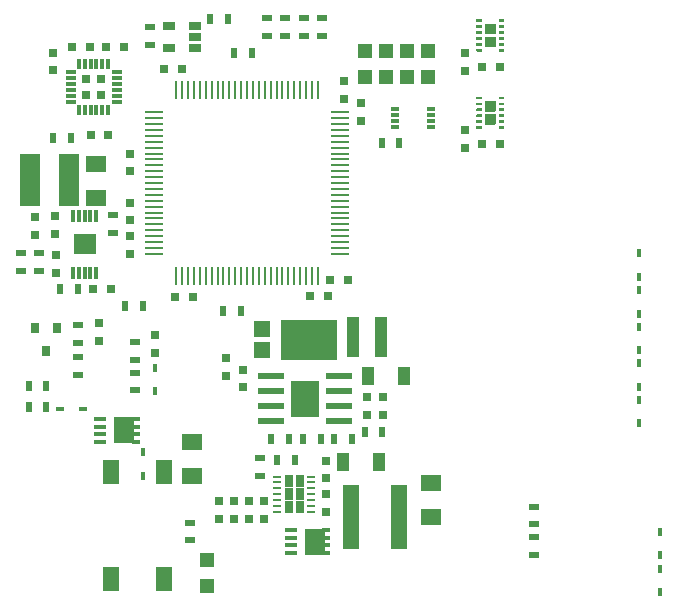
<source format=gtp>
G04 #@! TF.GenerationSoftware,KiCad,Pcbnew,6.0.0-rc1-unknown-cd5b1c2~66~ubuntu16.04.1*
G04 #@! TF.CreationDate,2018-10-19T16:16:08+02:00*
G04 #@! TF.ProjectId,Hedgehog,4865646765686F672E6B696361645F70,1.0*
G04 #@! TF.SameCoordinates,PX7270e00PY47868c0*
G04 #@! TF.FileFunction,Paste,Top*
G04 #@! TF.FilePolarity,Positive*
%FSLAX46Y46*%
G04 Gerber Fmt 4.6, Leading zero omitted, Abs format (unit mm)*
G04 Created by KiCad (PCBNEW 6.0.0-rc1-unknown-cd5b1c2~66~ubuntu16.04.1) date Fri Oct 19 16:16:08 2018*
%MOMM*%
%LPD*%
G01*
G04 APERTURE LIST*
%ADD10R,0.750000X0.800000*%
%ADD11R,1.000000X1.600000*%
%ADD12R,0.500000X0.900000*%
%ADD13R,0.990000X0.405000*%
%ADD14R,1.725000X2.245000*%
%ADD15R,0.760000X0.405000*%
%ADD16R,1.800000X1.340000*%
%ADD17R,2.200000X0.500000*%
%ADD18R,2.400000X3.100000*%
%ADD19C,0.100000*%
%ADD20C,0.900000*%
%ADD21C,0.230000*%
%ADD22R,0.660000X0.260000*%
%ADD23R,0.750000X1.000000*%
%ADD24R,0.780000X0.780000*%
%ADD25R,0.300000X0.850000*%
%ADD26R,0.850000X0.300000*%
%ADD27R,0.800000X0.750000*%
%ADD28R,4.860000X3.360000*%
%ADD29R,1.400000X1.390000*%
%ADD30R,0.980000X3.400000*%
%ADD31R,0.300000X1.020000*%
%ADD32R,1.900000X1.730000*%
%ADD33R,1.200000X1.200000*%
%ADD34R,0.900000X0.500000*%
%ADD35R,0.800000X0.300000*%
%ADD36R,0.800000X0.900000*%
%ADD37R,1.060000X0.650000*%
%ADD38R,1.500000X0.280000*%
%ADD39R,0.280000X1.500000*%
%ADD40R,1.400000X2.100000*%
%ADD41R,1.800000X4.500000*%
%ADD42R,0.710000X0.403000*%
%ADD43R,0.403000X0.710000*%
%ADD44R,1.430000X5.500000*%
G04 APERTURE END LIST*
D10*
G04 #@! TO.C,C15*
X26800000Y-48400000D03*
X26800000Y-46900000D03*
G04 #@! TD*
G04 #@! TO.C,C14*
X26800000Y-44050000D03*
X26800000Y-45550000D03*
G04 #@! TD*
G04 #@! TO.C,C13*
X21500000Y-47500000D03*
X21500000Y-49000000D03*
G04 #@! TD*
G04 #@! TO.C,C12*
X20250000Y-49000000D03*
X20250000Y-47500000D03*
G04 #@! TD*
G04 #@! TO.C,C11*
X19000000Y-47500000D03*
X19000000Y-49000000D03*
G04 #@! TD*
G04 #@! TO.C,C10*
X17750000Y-49000000D03*
X17750000Y-47500000D03*
G04 #@! TD*
D11*
G04 #@! TO.C,C16*
X28250000Y-44150000D03*
X31250000Y-44150000D03*
G04 #@! TD*
G04 #@! TO.C,C24*
X30350000Y-36900000D03*
X33350000Y-36900000D03*
G04 #@! TD*
D12*
G04 #@! TO.C,R44*
X17000000Y-6700000D03*
X18500000Y-6700000D03*
G04 #@! TD*
D13*
G04 #@! TO.C,Q1*
X7670000Y-41170000D03*
X7670000Y-41830000D03*
X7670000Y-42490000D03*
X7670000Y-40510000D03*
D14*
X9662500Y-41500000D03*
D15*
X10655000Y-41830000D03*
X10655000Y-42490000D03*
X10655000Y-41170000D03*
X10655000Y-40510000D03*
G04 #@! TD*
D16*
G04 #@! TO.C,D2*
X15400000Y-42470000D03*
X15400000Y-45330000D03*
G04 #@! TD*
D15*
G04 #@! TO.C,Q10*
X26805000Y-49910000D03*
X26805000Y-50570000D03*
X26805000Y-51890000D03*
X26805000Y-51230000D03*
D14*
X25812500Y-50900000D03*
D13*
X23820000Y-49910000D03*
X23820000Y-51890000D03*
X23820000Y-51230000D03*
X23820000Y-50570000D03*
G04 #@! TD*
D17*
G04 #@! TO.C,U20*
X22125000Y-36895000D03*
X22125000Y-38165000D03*
X22125000Y-39435000D03*
X22125000Y-40705000D03*
X27875000Y-40705000D03*
X27875000Y-39435000D03*
X27875000Y-38165000D03*
X27875000Y-36895000D03*
D18*
X25000000Y-38800000D03*
G04 #@! TD*
D19*
G04 #@! TO.C,U44*
G36*
X41101293Y-13600260D02*
X41106535Y-13601038D01*
X41111675Y-13602325D01*
X41116665Y-13604111D01*
X41121455Y-13606376D01*
X41126001Y-13609101D01*
X41130257Y-13612257D01*
X41134184Y-13615816D01*
X41137743Y-13619743D01*
X41140899Y-13623999D01*
X41143624Y-13628545D01*
X41145889Y-13633335D01*
X41147675Y-13638325D01*
X41148962Y-13643465D01*
X41149740Y-13648707D01*
X41150000Y-13654000D01*
X41150000Y-14446000D01*
X41149740Y-14451293D01*
X41148962Y-14456535D01*
X41147675Y-14461675D01*
X41145889Y-14466665D01*
X41143624Y-14471455D01*
X41140899Y-14476001D01*
X41137743Y-14480257D01*
X41134184Y-14484184D01*
X41130257Y-14487743D01*
X41126001Y-14490899D01*
X41121455Y-14493624D01*
X41116665Y-14495889D01*
X41111675Y-14497675D01*
X41106535Y-14498962D01*
X41101293Y-14499740D01*
X41096000Y-14500000D01*
X40304000Y-14500000D01*
X40298707Y-14499740D01*
X40293465Y-14498962D01*
X40288325Y-14497675D01*
X40283335Y-14495889D01*
X40278545Y-14493624D01*
X40273999Y-14490899D01*
X40269743Y-14487743D01*
X40265816Y-14484184D01*
X40262257Y-14480257D01*
X40259101Y-14476001D01*
X40256376Y-14471455D01*
X40254111Y-14466665D01*
X40252325Y-14461675D01*
X40251038Y-14456535D01*
X40250260Y-14451293D01*
X40250000Y-14446000D01*
X40250000Y-13654000D01*
X40250260Y-13648707D01*
X40251038Y-13643465D01*
X40252325Y-13638325D01*
X40254111Y-13633335D01*
X40256376Y-13628545D01*
X40259101Y-13623999D01*
X40262257Y-13619743D01*
X40265816Y-13615816D01*
X40269743Y-13612257D01*
X40273999Y-13609101D01*
X40278545Y-13606376D01*
X40283335Y-13604111D01*
X40288325Y-13602325D01*
X40293465Y-13601038D01*
X40298707Y-13600260D01*
X40304000Y-13600000D01*
X41096000Y-13600000D01*
X41101293Y-13600260D01*
X41101293Y-13600260D01*
G37*
D20*
X40700000Y-14050000D03*
D19*
G36*
X41101293Y-14700260D02*
X41106535Y-14701038D01*
X41111675Y-14702325D01*
X41116665Y-14704111D01*
X41121455Y-14706376D01*
X41126001Y-14709101D01*
X41130257Y-14712257D01*
X41134184Y-14715816D01*
X41137743Y-14719743D01*
X41140899Y-14723999D01*
X41143624Y-14728545D01*
X41145889Y-14733335D01*
X41147675Y-14738325D01*
X41148962Y-14743465D01*
X41149740Y-14748707D01*
X41150000Y-14754000D01*
X41150000Y-15546000D01*
X41149740Y-15551293D01*
X41148962Y-15556535D01*
X41147675Y-15561675D01*
X41145889Y-15566665D01*
X41143624Y-15571455D01*
X41140899Y-15576001D01*
X41137743Y-15580257D01*
X41134184Y-15584184D01*
X41130257Y-15587743D01*
X41126001Y-15590899D01*
X41121455Y-15593624D01*
X41116665Y-15595889D01*
X41111675Y-15597675D01*
X41106535Y-15598962D01*
X41101293Y-15599740D01*
X41096000Y-15600000D01*
X40304000Y-15600000D01*
X40298707Y-15599740D01*
X40293465Y-15598962D01*
X40288325Y-15597675D01*
X40283335Y-15595889D01*
X40278545Y-15593624D01*
X40273999Y-15590899D01*
X40269743Y-15587743D01*
X40265816Y-15584184D01*
X40262257Y-15580257D01*
X40259101Y-15576001D01*
X40256376Y-15571455D01*
X40254111Y-15566665D01*
X40252325Y-15561675D01*
X40251038Y-15556535D01*
X40250260Y-15551293D01*
X40250000Y-15546000D01*
X40250000Y-14754000D01*
X40250260Y-14748707D01*
X40251038Y-14743465D01*
X40252325Y-14738325D01*
X40254111Y-14733335D01*
X40256376Y-14728545D01*
X40259101Y-14723999D01*
X40262257Y-14719743D01*
X40265816Y-14715816D01*
X40269743Y-14712257D01*
X40273999Y-14709101D01*
X40278545Y-14706376D01*
X40283335Y-14704111D01*
X40288325Y-14702325D01*
X40293465Y-14701038D01*
X40298707Y-14700260D01*
X40304000Y-14700000D01*
X41096000Y-14700000D01*
X41101293Y-14700260D01*
X41101293Y-14700260D01*
G37*
D20*
X40700000Y-15150000D03*
D19*
G36*
X39948509Y-15735222D02*
X39952974Y-15735884D01*
X39957353Y-15736981D01*
X39961603Y-15738502D01*
X39965684Y-15740432D01*
X39969556Y-15742752D01*
X39973182Y-15745442D01*
X39976527Y-15748473D01*
X39979558Y-15751818D01*
X39982248Y-15755444D01*
X39984568Y-15759316D01*
X39986498Y-15763397D01*
X39988019Y-15767647D01*
X39989116Y-15772026D01*
X39989778Y-15776491D01*
X39990000Y-15781000D01*
X39990000Y-15919000D01*
X39989778Y-15923509D01*
X39989116Y-15927974D01*
X39988019Y-15932353D01*
X39986498Y-15936603D01*
X39984568Y-15940684D01*
X39982248Y-15944556D01*
X39979558Y-15948182D01*
X39976527Y-15951527D01*
X39973182Y-15954558D01*
X39969556Y-15957248D01*
X39965684Y-15959568D01*
X39961603Y-15961498D01*
X39957353Y-15963019D01*
X39952974Y-15964116D01*
X39948509Y-15964778D01*
X39944000Y-15965000D01*
X39556000Y-15965000D01*
X39551491Y-15964778D01*
X39547026Y-15964116D01*
X39542647Y-15963019D01*
X39538397Y-15961498D01*
X39534316Y-15959568D01*
X39530444Y-15957248D01*
X39526818Y-15954558D01*
X39523473Y-15951527D01*
X39520442Y-15948182D01*
X39517752Y-15944556D01*
X39515432Y-15940684D01*
X39513502Y-15936603D01*
X39511981Y-15932353D01*
X39510884Y-15927974D01*
X39510222Y-15923509D01*
X39510000Y-15919000D01*
X39510000Y-15781000D01*
X39510222Y-15776491D01*
X39510884Y-15772026D01*
X39511981Y-15767647D01*
X39513502Y-15763397D01*
X39515432Y-15759316D01*
X39517752Y-15755444D01*
X39520442Y-15751818D01*
X39523473Y-15748473D01*
X39526818Y-15745442D01*
X39530444Y-15742752D01*
X39534316Y-15740432D01*
X39538397Y-15738502D01*
X39542647Y-15736981D01*
X39547026Y-15735884D01*
X39551491Y-15735222D01*
X39556000Y-15735000D01*
X39944000Y-15735000D01*
X39948509Y-15735222D01*
X39948509Y-15735222D01*
G37*
D21*
X39750000Y-15850000D03*
D19*
G36*
X39948509Y-15235222D02*
X39952974Y-15235884D01*
X39957353Y-15236981D01*
X39961603Y-15238502D01*
X39965684Y-15240432D01*
X39969556Y-15242752D01*
X39973182Y-15245442D01*
X39976527Y-15248473D01*
X39979558Y-15251818D01*
X39982248Y-15255444D01*
X39984568Y-15259316D01*
X39986498Y-15263397D01*
X39988019Y-15267647D01*
X39989116Y-15272026D01*
X39989778Y-15276491D01*
X39990000Y-15281000D01*
X39990000Y-15419000D01*
X39989778Y-15423509D01*
X39989116Y-15427974D01*
X39988019Y-15432353D01*
X39986498Y-15436603D01*
X39984568Y-15440684D01*
X39982248Y-15444556D01*
X39979558Y-15448182D01*
X39976527Y-15451527D01*
X39973182Y-15454558D01*
X39969556Y-15457248D01*
X39965684Y-15459568D01*
X39961603Y-15461498D01*
X39957353Y-15463019D01*
X39952974Y-15464116D01*
X39948509Y-15464778D01*
X39944000Y-15465000D01*
X39556000Y-15465000D01*
X39551491Y-15464778D01*
X39547026Y-15464116D01*
X39542647Y-15463019D01*
X39538397Y-15461498D01*
X39534316Y-15459568D01*
X39530444Y-15457248D01*
X39526818Y-15454558D01*
X39523473Y-15451527D01*
X39520442Y-15448182D01*
X39517752Y-15444556D01*
X39515432Y-15440684D01*
X39513502Y-15436603D01*
X39511981Y-15432353D01*
X39510884Y-15427974D01*
X39510222Y-15423509D01*
X39510000Y-15419000D01*
X39510000Y-15281000D01*
X39510222Y-15276491D01*
X39510884Y-15272026D01*
X39511981Y-15267647D01*
X39513502Y-15263397D01*
X39515432Y-15259316D01*
X39517752Y-15255444D01*
X39520442Y-15251818D01*
X39523473Y-15248473D01*
X39526818Y-15245442D01*
X39530444Y-15242752D01*
X39534316Y-15240432D01*
X39538397Y-15238502D01*
X39542647Y-15236981D01*
X39547026Y-15235884D01*
X39551491Y-15235222D01*
X39556000Y-15235000D01*
X39944000Y-15235000D01*
X39948509Y-15235222D01*
X39948509Y-15235222D01*
G37*
D21*
X39750000Y-15350000D03*
D19*
G36*
X39948509Y-14735222D02*
X39952974Y-14735884D01*
X39957353Y-14736981D01*
X39961603Y-14738502D01*
X39965684Y-14740432D01*
X39969556Y-14742752D01*
X39973182Y-14745442D01*
X39976527Y-14748473D01*
X39979558Y-14751818D01*
X39982248Y-14755444D01*
X39984568Y-14759316D01*
X39986498Y-14763397D01*
X39988019Y-14767647D01*
X39989116Y-14772026D01*
X39989778Y-14776491D01*
X39990000Y-14781000D01*
X39990000Y-14919000D01*
X39989778Y-14923509D01*
X39989116Y-14927974D01*
X39988019Y-14932353D01*
X39986498Y-14936603D01*
X39984568Y-14940684D01*
X39982248Y-14944556D01*
X39979558Y-14948182D01*
X39976527Y-14951527D01*
X39973182Y-14954558D01*
X39969556Y-14957248D01*
X39965684Y-14959568D01*
X39961603Y-14961498D01*
X39957353Y-14963019D01*
X39952974Y-14964116D01*
X39948509Y-14964778D01*
X39944000Y-14965000D01*
X39556000Y-14965000D01*
X39551491Y-14964778D01*
X39547026Y-14964116D01*
X39542647Y-14963019D01*
X39538397Y-14961498D01*
X39534316Y-14959568D01*
X39530444Y-14957248D01*
X39526818Y-14954558D01*
X39523473Y-14951527D01*
X39520442Y-14948182D01*
X39517752Y-14944556D01*
X39515432Y-14940684D01*
X39513502Y-14936603D01*
X39511981Y-14932353D01*
X39510884Y-14927974D01*
X39510222Y-14923509D01*
X39510000Y-14919000D01*
X39510000Y-14781000D01*
X39510222Y-14776491D01*
X39510884Y-14772026D01*
X39511981Y-14767647D01*
X39513502Y-14763397D01*
X39515432Y-14759316D01*
X39517752Y-14755444D01*
X39520442Y-14751818D01*
X39523473Y-14748473D01*
X39526818Y-14745442D01*
X39530444Y-14742752D01*
X39534316Y-14740432D01*
X39538397Y-14738502D01*
X39542647Y-14736981D01*
X39547026Y-14735884D01*
X39551491Y-14735222D01*
X39556000Y-14735000D01*
X39944000Y-14735000D01*
X39948509Y-14735222D01*
X39948509Y-14735222D01*
G37*
D21*
X39750000Y-14850000D03*
D19*
G36*
X39948509Y-14235222D02*
X39952974Y-14235884D01*
X39957353Y-14236981D01*
X39961603Y-14238502D01*
X39965684Y-14240432D01*
X39969556Y-14242752D01*
X39973182Y-14245442D01*
X39976527Y-14248473D01*
X39979558Y-14251818D01*
X39982248Y-14255444D01*
X39984568Y-14259316D01*
X39986498Y-14263397D01*
X39988019Y-14267647D01*
X39989116Y-14272026D01*
X39989778Y-14276491D01*
X39990000Y-14281000D01*
X39990000Y-14419000D01*
X39989778Y-14423509D01*
X39989116Y-14427974D01*
X39988019Y-14432353D01*
X39986498Y-14436603D01*
X39984568Y-14440684D01*
X39982248Y-14444556D01*
X39979558Y-14448182D01*
X39976527Y-14451527D01*
X39973182Y-14454558D01*
X39969556Y-14457248D01*
X39965684Y-14459568D01*
X39961603Y-14461498D01*
X39957353Y-14463019D01*
X39952974Y-14464116D01*
X39948509Y-14464778D01*
X39944000Y-14465000D01*
X39556000Y-14465000D01*
X39551491Y-14464778D01*
X39547026Y-14464116D01*
X39542647Y-14463019D01*
X39538397Y-14461498D01*
X39534316Y-14459568D01*
X39530444Y-14457248D01*
X39526818Y-14454558D01*
X39523473Y-14451527D01*
X39520442Y-14448182D01*
X39517752Y-14444556D01*
X39515432Y-14440684D01*
X39513502Y-14436603D01*
X39511981Y-14432353D01*
X39510884Y-14427974D01*
X39510222Y-14423509D01*
X39510000Y-14419000D01*
X39510000Y-14281000D01*
X39510222Y-14276491D01*
X39510884Y-14272026D01*
X39511981Y-14267647D01*
X39513502Y-14263397D01*
X39515432Y-14259316D01*
X39517752Y-14255444D01*
X39520442Y-14251818D01*
X39523473Y-14248473D01*
X39526818Y-14245442D01*
X39530444Y-14242752D01*
X39534316Y-14240432D01*
X39538397Y-14238502D01*
X39542647Y-14236981D01*
X39547026Y-14235884D01*
X39551491Y-14235222D01*
X39556000Y-14235000D01*
X39944000Y-14235000D01*
X39948509Y-14235222D01*
X39948509Y-14235222D01*
G37*
D21*
X39750000Y-14350000D03*
D19*
G36*
X39948509Y-13735222D02*
X39952974Y-13735884D01*
X39957353Y-13736981D01*
X39961603Y-13738502D01*
X39965684Y-13740432D01*
X39969556Y-13742752D01*
X39973182Y-13745442D01*
X39976527Y-13748473D01*
X39979558Y-13751818D01*
X39982248Y-13755444D01*
X39984568Y-13759316D01*
X39986498Y-13763397D01*
X39988019Y-13767647D01*
X39989116Y-13772026D01*
X39989778Y-13776491D01*
X39990000Y-13781000D01*
X39990000Y-13919000D01*
X39989778Y-13923509D01*
X39989116Y-13927974D01*
X39988019Y-13932353D01*
X39986498Y-13936603D01*
X39984568Y-13940684D01*
X39982248Y-13944556D01*
X39979558Y-13948182D01*
X39976527Y-13951527D01*
X39973182Y-13954558D01*
X39969556Y-13957248D01*
X39965684Y-13959568D01*
X39961603Y-13961498D01*
X39957353Y-13963019D01*
X39952974Y-13964116D01*
X39948509Y-13964778D01*
X39944000Y-13965000D01*
X39556000Y-13965000D01*
X39551491Y-13964778D01*
X39547026Y-13964116D01*
X39542647Y-13963019D01*
X39538397Y-13961498D01*
X39534316Y-13959568D01*
X39530444Y-13957248D01*
X39526818Y-13954558D01*
X39523473Y-13951527D01*
X39520442Y-13948182D01*
X39517752Y-13944556D01*
X39515432Y-13940684D01*
X39513502Y-13936603D01*
X39511981Y-13932353D01*
X39510884Y-13927974D01*
X39510222Y-13923509D01*
X39510000Y-13919000D01*
X39510000Y-13781000D01*
X39510222Y-13776491D01*
X39510884Y-13772026D01*
X39511981Y-13767647D01*
X39513502Y-13763397D01*
X39515432Y-13759316D01*
X39517752Y-13755444D01*
X39520442Y-13751818D01*
X39523473Y-13748473D01*
X39526818Y-13745442D01*
X39530444Y-13742752D01*
X39534316Y-13740432D01*
X39538397Y-13738502D01*
X39542647Y-13736981D01*
X39547026Y-13735884D01*
X39551491Y-13735222D01*
X39556000Y-13735000D01*
X39944000Y-13735000D01*
X39948509Y-13735222D01*
X39948509Y-13735222D01*
G37*
D21*
X39750000Y-13850000D03*
D19*
G36*
X39948509Y-13235222D02*
X39952974Y-13235884D01*
X39957353Y-13236981D01*
X39961603Y-13238502D01*
X39965684Y-13240432D01*
X39969556Y-13242752D01*
X39973182Y-13245442D01*
X39976527Y-13248473D01*
X39979558Y-13251818D01*
X39982248Y-13255444D01*
X39984568Y-13259316D01*
X39986498Y-13263397D01*
X39988019Y-13267647D01*
X39989116Y-13272026D01*
X39989778Y-13276491D01*
X39990000Y-13281000D01*
X39990000Y-13419000D01*
X39989778Y-13423509D01*
X39989116Y-13427974D01*
X39988019Y-13432353D01*
X39986498Y-13436603D01*
X39984568Y-13440684D01*
X39982248Y-13444556D01*
X39979558Y-13448182D01*
X39976527Y-13451527D01*
X39973182Y-13454558D01*
X39969556Y-13457248D01*
X39965684Y-13459568D01*
X39961603Y-13461498D01*
X39957353Y-13463019D01*
X39952974Y-13464116D01*
X39948509Y-13464778D01*
X39944000Y-13465000D01*
X39556000Y-13465000D01*
X39551491Y-13464778D01*
X39547026Y-13464116D01*
X39542647Y-13463019D01*
X39538397Y-13461498D01*
X39534316Y-13459568D01*
X39530444Y-13457248D01*
X39526818Y-13454558D01*
X39523473Y-13451527D01*
X39520442Y-13448182D01*
X39517752Y-13444556D01*
X39515432Y-13440684D01*
X39513502Y-13436603D01*
X39511981Y-13432353D01*
X39510884Y-13427974D01*
X39510222Y-13423509D01*
X39510000Y-13419000D01*
X39510000Y-13281000D01*
X39510222Y-13276491D01*
X39510884Y-13272026D01*
X39511981Y-13267647D01*
X39513502Y-13263397D01*
X39515432Y-13259316D01*
X39517752Y-13255444D01*
X39520442Y-13251818D01*
X39523473Y-13248473D01*
X39526818Y-13245442D01*
X39530444Y-13242752D01*
X39534316Y-13240432D01*
X39538397Y-13238502D01*
X39542647Y-13236981D01*
X39547026Y-13235884D01*
X39551491Y-13235222D01*
X39556000Y-13235000D01*
X39944000Y-13235000D01*
X39948509Y-13235222D01*
X39948509Y-13235222D01*
G37*
D21*
X39750000Y-13350000D03*
D19*
G36*
X41848509Y-13235222D02*
X41852974Y-13235884D01*
X41857353Y-13236981D01*
X41861603Y-13238502D01*
X41865684Y-13240432D01*
X41869556Y-13242752D01*
X41873182Y-13245442D01*
X41876527Y-13248473D01*
X41879558Y-13251818D01*
X41882248Y-13255444D01*
X41884568Y-13259316D01*
X41886498Y-13263397D01*
X41888019Y-13267647D01*
X41889116Y-13272026D01*
X41889778Y-13276491D01*
X41890000Y-13281000D01*
X41890000Y-13419000D01*
X41889778Y-13423509D01*
X41889116Y-13427974D01*
X41888019Y-13432353D01*
X41886498Y-13436603D01*
X41884568Y-13440684D01*
X41882248Y-13444556D01*
X41879558Y-13448182D01*
X41876527Y-13451527D01*
X41873182Y-13454558D01*
X41869556Y-13457248D01*
X41865684Y-13459568D01*
X41861603Y-13461498D01*
X41857353Y-13463019D01*
X41852974Y-13464116D01*
X41848509Y-13464778D01*
X41844000Y-13465000D01*
X41456000Y-13465000D01*
X41451491Y-13464778D01*
X41447026Y-13464116D01*
X41442647Y-13463019D01*
X41438397Y-13461498D01*
X41434316Y-13459568D01*
X41430444Y-13457248D01*
X41426818Y-13454558D01*
X41423473Y-13451527D01*
X41420442Y-13448182D01*
X41417752Y-13444556D01*
X41415432Y-13440684D01*
X41413502Y-13436603D01*
X41411981Y-13432353D01*
X41410884Y-13427974D01*
X41410222Y-13423509D01*
X41410000Y-13419000D01*
X41410000Y-13281000D01*
X41410222Y-13276491D01*
X41410884Y-13272026D01*
X41411981Y-13267647D01*
X41413502Y-13263397D01*
X41415432Y-13259316D01*
X41417752Y-13255444D01*
X41420442Y-13251818D01*
X41423473Y-13248473D01*
X41426818Y-13245442D01*
X41430444Y-13242752D01*
X41434316Y-13240432D01*
X41438397Y-13238502D01*
X41442647Y-13236981D01*
X41447026Y-13235884D01*
X41451491Y-13235222D01*
X41456000Y-13235000D01*
X41844000Y-13235000D01*
X41848509Y-13235222D01*
X41848509Y-13235222D01*
G37*
D21*
X41650000Y-13350000D03*
D19*
G36*
X41848509Y-13735222D02*
X41852974Y-13735884D01*
X41857353Y-13736981D01*
X41861603Y-13738502D01*
X41865684Y-13740432D01*
X41869556Y-13742752D01*
X41873182Y-13745442D01*
X41876527Y-13748473D01*
X41879558Y-13751818D01*
X41882248Y-13755444D01*
X41884568Y-13759316D01*
X41886498Y-13763397D01*
X41888019Y-13767647D01*
X41889116Y-13772026D01*
X41889778Y-13776491D01*
X41890000Y-13781000D01*
X41890000Y-13919000D01*
X41889778Y-13923509D01*
X41889116Y-13927974D01*
X41888019Y-13932353D01*
X41886498Y-13936603D01*
X41884568Y-13940684D01*
X41882248Y-13944556D01*
X41879558Y-13948182D01*
X41876527Y-13951527D01*
X41873182Y-13954558D01*
X41869556Y-13957248D01*
X41865684Y-13959568D01*
X41861603Y-13961498D01*
X41857353Y-13963019D01*
X41852974Y-13964116D01*
X41848509Y-13964778D01*
X41844000Y-13965000D01*
X41456000Y-13965000D01*
X41451491Y-13964778D01*
X41447026Y-13964116D01*
X41442647Y-13963019D01*
X41438397Y-13961498D01*
X41434316Y-13959568D01*
X41430444Y-13957248D01*
X41426818Y-13954558D01*
X41423473Y-13951527D01*
X41420442Y-13948182D01*
X41417752Y-13944556D01*
X41415432Y-13940684D01*
X41413502Y-13936603D01*
X41411981Y-13932353D01*
X41410884Y-13927974D01*
X41410222Y-13923509D01*
X41410000Y-13919000D01*
X41410000Y-13781000D01*
X41410222Y-13776491D01*
X41410884Y-13772026D01*
X41411981Y-13767647D01*
X41413502Y-13763397D01*
X41415432Y-13759316D01*
X41417752Y-13755444D01*
X41420442Y-13751818D01*
X41423473Y-13748473D01*
X41426818Y-13745442D01*
X41430444Y-13742752D01*
X41434316Y-13740432D01*
X41438397Y-13738502D01*
X41442647Y-13736981D01*
X41447026Y-13735884D01*
X41451491Y-13735222D01*
X41456000Y-13735000D01*
X41844000Y-13735000D01*
X41848509Y-13735222D01*
X41848509Y-13735222D01*
G37*
D21*
X41650000Y-13850000D03*
D19*
G36*
X41848509Y-14235222D02*
X41852974Y-14235884D01*
X41857353Y-14236981D01*
X41861603Y-14238502D01*
X41865684Y-14240432D01*
X41869556Y-14242752D01*
X41873182Y-14245442D01*
X41876527Y-14248473D01*
X41879558Y-14251818D01*
X41882248Y-14255444D01*
X41884568Y-14259316D01*
X41886498Y-14263397D01*
X41888019Y-14267647D01*
X41889116Y-14272026D01*
X41889778Y-14276491D01*
X41890000Y-14281000D01*
X41890000Y-14419000D01*
X41889778Y-14423509D01*
X41889116Y-14427974D01*
X41888019Y-14432353D01*
X41886498Y-14436603D01*
X41884568Y-14440684D01*
X41882248Y-14444556D01*
X41879558Y-14448182D01*
X41876527Y-14451527D01*
X41873182Y-14454558D01*
X41869556Y-14457248D01*
X41865684Y-14459568D01*
X41861603Y-14461498D01*
X41857353Y-14463019D01*
X41852974Y-14464116D01*
X41848509Y-14464778D01*
X41844000Y-14465000D01*
X41456000Y-14465000D01*
X41451491Y-14464778D01*
X41447026Y-14464116D01*
X41442647Y-14463019D01*
X41438397Y-14461498D01*
X41434316Y-14459568D01*
X41430444Y-14457248D01*
X41426818Y-14454558D01*
X41423473Y-14451527D01*
X41420442Y-14448182D01*
X41417752Y-14444556D01*
X41415432Y-14440684D01*
X41413502Y-14436603D01*
X41411981Y-14432353D01*
X41410884Y-14427974D01*
X41410222Y-14423509D01*
X41410000Y-14419000D01*
X41410000Y-14281000D01*
X41410222Y-14276491D01*
X41410884Y-14272026D01*
X41411981Y-14267647D01*
X41413502Y-14263397D01*
X41415432Y-14259316D01*
X41417752Y-14255444D01*
X41420442Y-14251818D01*
X41423473Y-14248473D01*
X41426818Y-14245442D01*
X41430444Y-14242752D01*
X41434316Y-14240432D01*
X41438397Y-14238502D01*
X41442647Y-14236981D01*
X41447026Y-14235884D01*
X41451491Y-14235222D01*
X41456000Y-14235000D01*
X41844000Y-14235000D01*
X41848509Y-14235222D01*
X41848509Y-14235222D01*
G37*
D21*
X41650000Y-14350000D03*
D19*
G36*
X41848509Y-14735222D02*
X41852974Y-14735884D01*
X41857353Y-14736981D01*
X41861603Y-14738502D01*
X41865684Y-14740432D01*
X41869556Y-14742752D01*
X41873182Y-14745442D01*
X41876527Y-14748473D01*
X41879558Y-14751818D01*
X41882248Y-14755444D01*
X41884568Y-14759316D01*
X41886498Y-14763397D01*
X41888019Y-14767647D01*
X41889116Y-14772026D01*
X41889778Y-14776491D01*
X41890000Y-14781000D01*
X41890000Y-14919000D01*
X41889778Y-14923509D01*
X41889116Y-14927974D01*
X41888019Y-14932353D01*
X41886498Y-14936603D01*
X41884568Y-14940684D01*
X41882248Y-14944556D01*
X41879558Y-14948182D01*
X41876527Y-14951527D01*
X41873182Y-14954558D01*
X41869556Y-14957248D01*
X41865684Y-14959568D01*
X41861603Y-14961498D01*
X41857353Y-14963019D01*
X41852974Y-14964116D01*
X41848509Y-14964778D01*
X41844000Y-14965000D01*
X41456000Y-14965000D01*
X41451491Y-14964778D01*
X41447026Y-14964116D01*
X41442647Y-14963019D01*
X41438397Y-14961498D01*
X41434316Y-14959568D01*
X41430444Y-14957248D01*
X41426818Y-14954558D01*
X41423473Y-14951527D01*
X41420442Y-14948182D01*
X41417752Y-14944556D01*
X41415432Y-14940684D01*
X41413502Y-14936603D01*
X41411981Y-14932353D01*
X41410884Y-14927974D01*
X41410222Y-14923509D01*
X41410000Y-14919000D01*
X41410000Y-14781000D01*
X41410222Y-14776491D01*
X41410884Y-14772026D01*
X41411981Y-14767647D01*
X41413502Y-14763397D01*
X41415432Y-14759316D01*
X41417752Y-14755444D01*
X41420442Y-14751818D01*
X41423473Y-14748473D01*
X41426818Y-14745442D01*
X41430444Y-14742752D01*
X41434316Y-14740432D01*
X41438397Y-14738502D01*
X41442647Y-14736981D01*
X41447026Y-14735884D01*
X41451491Y-14735222D01*
X41456000Y-14735000D01*
X41844000Y-14735000D01*
X41848509Y-14735222D01*
X41848509Y-14735222D01*
G37*
D21*
X41650000Y-14850000D03*
D19*
G36*
X41848509Y-15235222D02*
X41852974Y-15235884D01*
X41857353Y-15236981D01*
X41861603Y-15238502D01*
X41865684Y-15240432D01*
X41869556Y-15242752D01*
X41873182Y-15245442D01*
X41876527Y-15248473D01*
X41879558Y-15251818D01*
X41882248Y-15255444D01*
X41884568Y-15259316D01*
X41886498Y-15263397D01*
X41888019Y-15267647D01*
X41889116Y-15272026D01*
X41889778Y-15276491D01*
X41890000Y-15281000D01*
X41890000Y-15419000D01*
X41889778Y-15423509D01*
X41889116Y-15427974D01*
X41888019Y-15432353D01*
X41886498Y-15436603D01*
X41884568Y-15440684D01*
X41882248Y-15444556D01*
X41879558Y-15448182D01*
X41876527Y-15451527D01*
X41873182Y-15454558D01*
X41869556Y-15457248D01*
X41865684Y-15459568D01*
X41861603Y-15461498D01*
X41857353Y-15463019D01*
X41852974Y-15464116D01*
X41848509Y-15464778D01*
X41844000Y-15465000D01*
X41456000Y-15465000D01*
X41451491Y-15464778D01*
X41447026Y-15464116D01*
X41442647Y-15463019D01*
X41438397Y-15461498D01*
X41434316Y-15459568D01*
X41430444Y-15457248D01*
X41426818Y-15454558D01*
X41423473Y-15451527D01*
X41420442Y-15448182D01*
X41417752Y-15444556D01*
X41415432Y-15440684D01*
X41413502Y-15436603D01*
X41411981Y-15432353D01*
X41410884Y-15427974D01*
X41410222Y-15423509D01*
X41410000Y-15419000D01*
X41410000Y-15281000D01*
X41410222Y-15276491D01*
X41410884Y-15272026D01*
X41411981Y-15267647D01*
X41413502Y-15263397D01*
X41415432Y-15259316D01*
X41417752Y-15255444D01*
X41420442Y-15251818D01*
X41423473Y-15248473D01*
X41426818Y-15245442D01*
X41430444Y-15242752D01*
X41434316Y-15240432D01*
X41438397Y-15238502D01*
X41442647Y-15236981D01*
X41447026Y-15235884D01*
X41451491Y-15235222D01*
X41456000Y-15235000D01*
X41844000Y-15235000D01*
X41848509Y-15235222D01*
X41848509Y-15235222D01*
G37*
D21*
X41650000Y-15350000D03*
D19*
G36*
X41848509Y-15735222D02*
X41852974Y-15735884D01*
X41857353Y-15736981D01*
X41861603Y-15738502D01*
X41865684Y-15740432D01*
X41869556Y-15742752D01*
X41873182Y-15745442D01*
X41876527Y-15748473D01*
X41879558Y-15751818D01*
X41882248Y-15755444D01*
X41884568Y-15759316D01*
X41886498Y-15763397D01*
X41888019Y-15767647D01*
X41889116Y-15772026D01*
X41889778Y-15776491D01*
X41890000Y-15781000D01*
X41890000Y-15919000D01*
X41889778Y-15923509D01*
X41889116Y-15927974D01*
X41888019Y-15932353D01*
X41886498Y-15936603D01*
X41884568Y-15940684D01*
X41882248Y-15944556D01*
X41879558Y-15948182D01*
X41876527Y-15951527D01*
X41873182Y-15954558D01*
X41869556Y-15957248D01*
X41865684Y-15959568D01*
X41861603Y-15961498D01*
X41857353Y-15963019D01*
X41852974Y-15964116D01*
X41848509Y-15964778D01*
X41844000Y-15965000D01*
X41456000Y-15965000D01*
X41451491Y-15964778D01*
X41447026Y-15964116D01*
X41442647Y-15963019D01*
X41438397Y-15961498D01*
X41434316Y-15959568D01*
X41430444Y-15957248D01*
X41426818Y-15954558D01*
X41423473Y-15951527D01*
X41420442Y-15948182D01*
X41417752Y-15944556D01*
X41415432Y-15940684D01*
X41413502Y-15936603D01*
X41411981Y-15932353D01*
X41410884Y-15927974D01*
X41410222Y-15923509D01*
X41410000Y-15919000D01*
X41410000Y-15781000D01*
X41410222Y-15776491D01*
X41410884Y-15772026D01*
X41411981Y-15767647D01*
X41413502Y-15763397D01*
X41415432Y-15759316D01*
X41417752Y-15755444D01*
X41420442Y-15751818D01*
X41423473Y-15748473D01*
X41426818Y-15745442D01*
X41430444Y-15742752D01*
X41434316Y-15740432D01*
X41438397Y-15738502D01*
X41442647Y-15736981D01*
X41447026Y-15735884D01*
X41451491Y-15735222D01*
X41456000Y-15735000D01*
X41844000Y-15735000D01*
X41848509Y-15735222D01*
X41848509Y-15735222D01*
G37*
D21*
X41650000Y-15850000D03*
G04 #@! TD*
D19*
G04 #@! TO.C,U45*
G36*
X41101293Y-7050260D02*
X41106535Y-7051038D01*
X41111675Y-7052325D01*
X41116665Y-7054111D01*
X41121455Y-7056376D01*
X41126001Y-7059101D01*
X41130257Y-7062257D01*
X41134184Y-7065816D01*
X41137743Y-7069743D01*
X41140899Y-7073999D01*
X41143624Y-7078545D01*
X41145889Y-7083335D01*
X41147675Y-7088325D01*
X41148962Y-7093465D01*
X41149740Y-7098707D01*
X41150000Y-7104000D01*
X41150000Y-7896000D01*
X41149740Y-7901293D01*
X41148962Y-7906535D01*
X41147675Y-7911675D01*
X41145889Y-7916665D01*
X41143624Y-7921455D01*
X41140899Y-7926001D01*
X41137743Y-7930257D01*
X41134184Y-7934184D01*
X41130257Y-7937743D01*
X41126001Y-7940899D01*
X41121455Y-7943624D01*
X41116665Y-7945889D01*
X41111675Y-7947675D01*
X41106535Y-7948962D01*
X41101293Y-7949740D01*
X41096000Y-7950000D01*
X40304000Y-7950000D01*
X40298707Y-7949740D01*
X40293465Y-7948962D01*
X40288325Y-7947675D01*
X40283335Y-7945889D01*
X40278545Y-7943624D01*
X40273999Y-7940899D01*
X40269743Y-7937743D01*
X40265816Y-7934184D01*
X40262257Y-7930257D01*
X40259101Y-7926001D01*
X40256376Y-7921455D01*
X40254111Y-7916665D01*
X40252325Y-7911675D01*
X40251038Y-7906535D01*
X40250260Y-7901293D01*
X40250000Y-7896000D01*
X40250000Y-7104000D01*
X40250260Y-7098707D01*
X40251038Y-7093465D01*
X40252325Y-7088325D01*
X40254111Y-7083335D01*
X40256376Y-7078545D01*
X40259101Y-7073999D01*
X40262257Y-7069743D01*
X40265816Y-7065816D01*
X40269743Y-7062257D01*
X40273999Y-7059101D01*
X40278545Y-7056376D01*
X40283335Y-7054111D01*
X40288325Y-7052325D01*
X40293465Y-7051038D01*
X40298707Y-7050260D01*
X40304000Y-7050000D01*
X41096000Y-7050000D01*
X41101293Y-7050260D01*
X41101293Y-7050260D01*
G37*
D20*
X40700000Y-7500000D03*
D19*
G36*
X41101293Y-8150260D02*
X41106535Y-8151038D01*
X41111675Y-8152325D01*
X41116665Y-8154111D01*
X41121455Y-8156376D01*
X41126001Y-8159101D01*
X41130257Y-8162257D01*
X41134184Y-8165816D01*
X41137743Y-8169743D01*
X41140899Y-8173999D01*
X41143624Y-8178545D01*
X41145889Y-8183335D01*
X41147675Y-8188325D01*
X41148962Y-8193465D01*
X41149740Y-8198707D01*
X41150000Y-8204000D01*
X41150000Y-8996000D01*
X41149740Y-9001293D01*
X41148962Y-9006535D01*
X41147675Y-9011675D01*
X41145889Y-9016665D01*
X41143624Y-9021455D01*
X41140899Y-9026001D01*
X41137743Y-9030257D01*
X41134184Y-9034184D01*
X41130257Y-9037743D01*
X41126001Y-9040899D01*
X41121455Y-9043624D01*
X41116665Y-9045889D01*
X41111675Y-9047675D01*
X41106535Y-9048962D01*
X41101293Y-9049740D01*
X41096000Y-9050000D01*
X40304000Y-9050000D01*
X40298707Y-9049740D01*
X40293465Y-9048962D01*
X40288325Y-9047675D01*
X40283335Y-9045889D01*
X40278545Y-9043624D01*
X40273999Y-9040899D01*
X40269743Y-9037743D01*
X40265816Y-9034184D01*
X40262257Y-9030257D01*
X40259101Y-9026001D01*
X40256376Y-9021455D01*
X40254111Y-9016665D01*
X40252325Y-9011675D01*
X40251038Y-9006535D01*
X40250260Y-9001293D01*
X40250000Y-8996000D01*
X40250000Y-8204000D01*
X40250260Y-8198707D01*
X40251038Y-8193465D01*
X40252325Y-8188325D01*
X40254111Y-8183335D01*
X40256376Y-8178545D01*
X40259101Y-8173999D01*
X40262257Y-8169743D01*
X40265816Y-8165816D01*
X40269743Y-8162257D01*
X40273999Y-8159101D01*
X40278545Y-8156376D01*
X40283335Y-8154111D01*
X40288325Y-8152325D01*
X40293465Y-8151038D01*
X40298707Y-8150260D01*
X40304000Y-8150000D01*
X41096000Y-8150000D01*
X41101293Y-8150260D01*
X41101293Y-8150260D01*
G37*
D20*
X40700000Y-8600000D03*
D19*
G36*
X39948509Y-9185222D02*
X39952974Y-9185884D01*
X39957353Y-9186981D01*
X39961603Y-9188502D01*
X39965684Y-9190432D01*
X39969556Y-9192752D01*
X39973182Y-9195442D01*
X39976527Y-9198473D01*
X39979558Y-9201818D01*
X39982248Y-9205444D01*
X39984568Y-9209316D01*
X39986498Y-9213397D01*
X39988019Y-9217647D01*
X39989116Y-9222026D01*
X39989778Y-9226491D01*
X39990000Y-9231000D01*
X39990000Y-9369000D01*
X39989778Y-9373509D01*
X39989116Y-9377974D01*
X39988019Y-9382353D01*
X39986498Y-9386603D01*
X39984568Y-9390684D01*
X39982248Y-9394556D01*
X39979558Y-9398182D01*
X39976527Y-9401527D01*
X39973182Y-9404558D01*
X39969556Y-9407248D01*
X39965684Y-9409568D01*
X39961603Y-9411498D01*
X39957353Y-9413019D01*
X39952974Y-9414116D01*
X39948509Y-9414778D01*
X39944000Y-9415000D01*
X39556000Y-9415000D01*
X39551491Y-9414778D01*
X39547026Y-9414116D01*
X39542647Y-9413019D01*
X39538397Y-9411498D01*
X39534316Y-9409568D01*
X39530444Y-9407248D01*
X39526818Y-9404558D01*
X39523473Y-9401527D01*
X39520442Y-9398182D01*
X39517752Y-9394556D01*
X39515432Y-9390684D01*
X39513502Y-9386603D01*
X39511981Y-9382353D01*
X39510884Y-9377974D01*
X39510222Y-9373509D01*
X39510000Y-9369000D01*
X39510000Y-9231000D01*
X39510222Y-9226491D01*
X39510884Y-9222026D01*
X39511981Y-9217647D01*
X39513502Y-9213397D01*
X39515432Y-9209316D01*
X39517752Y-9205444D01*
X39520442Y-9201818D01*
X39523473Y-9198473D01*
X39526818Y-9195442D01*
X39530444Y-9192752D01*
X39534316Y-9190432D01*
X39538397Y-9188502D01*
X39542647Y-9186981D01*
X39547026Y-9185884D01*
X39551491Y-9185222D01*
X39556000Y-9185000D01*
X39944000Y-9185000D01*
X39948509Y-9185222D01*
X39948509Y-9185222D01*
G37*
D21*
X39750000Y-9300000D03*
D19*
G36*
X39948509Y-8685222D02*
X39952974Y-8685884D01*
X39957353Y-8686981D01*
X39961603Y-8688502D01*
X39965684Y-8690432D01*
X39969556Y-8692752D01*
X39973182Y-8695442D01*
X39976527Y-8698473D01*
X39979558Y-8701818D01*
X39982248Y-8705444D01*
X39984568Y-8709316D01*
X39986498Y-8713397D01*
X39988019Y-8717647D01*
X39989116Y-8722026D01*
X39989778Y-8726491D01*
X39990000Y-8731000D01*
X39990000Y-8869000D01*
X39989778Y-8873509D01*
X39989116Y-8877974D01*
X39988019Y-8882353D01*
X39986498Y-8886603D01*
X39984568Y-8890684D01*
X39982248Y-8894556D01*
X39979558Y-8898182D01*
X39976527Y-8901527D01*
X39973182Y-8904558D01*
X39969556Y-8907248D01*
X39965684Y-8909568D01*
X39961603Y-8911498D01*
X39957353Y-8913019D01*
X39952974Y-8914116D01*
X39948509Y-8914778D01*
X39944000Y-8915000D01*
X39556000Y-8915000D01*
X39551491Y-8914778D01*
X39547026Y-8914116D01*
X39542647Y-8913019D01*
X39538397Y-8911498D01*
X39534316Y-8909568D01*
X39530444Y-8907248D01*
X39526818Y-8904558D01*
X39523473Y-8901527D01*
X39520442Y-8898182D01*
X39517752Y-8894556D01*
X39515432Y-8890684D01*
X39513502Y-8886603D01*
X39511981Y-8882353D01*
X39510884Y-8877974D01*
X39510222Y-8873509D01*
X39510000Y-8869000D01*
X39510000Y-8731000D01*
X39510222Y-8726491D01*
X39510884Y-8722026D01*
X39511981Y-8717647D01*
X39513502Y-8713397D01*
X39515432Y-8709316D01*
X39517752Y-8705444D01*
X39520442Y-8701818D01*
X39523473Y-8698473D01*
X39526818Y-8695442D01*
X39530444Y-8692752D01*
X39534316Y-8690432D01*
X39538397Y-8688502D01*
X39542647Y-8686981D01*
X39547026Y-8685884D01*
X39551491Y-8685222D01*
X39556000Y-8685000D01*
X39944000Y-8685000D01*
X39948509Y-8685222D01*
X39948509Y-8685222D01*
G37*
D21*
X39750000Y-8800000D03*
D19*
G36*
X39948509Y-8185222D02*
X39952974Y-8185884D01*
X39957353Y-8186981D01*
X39961603Y-8188502D01*
X39965684Y-8190432D01*
X39969556Y-8192752D01*
X39973182Y-8195442D01*
X39976527Y-8198473D01*
X39979558Y-8201818D01*
X39982248Y-8205444D01*
X39984568Y-8209316D01*
X39986498Y-8213397D01*
X39988019Y-8217647D01*
X39989116Y-8222026D01*
X39989778Y-8226491D01*
X39990000Y-8231000D01*
X39990000Y-8369000D01*
X39989778Y-8373509D01*
X39989116Y-8377974D01*
X39988019Y-8382353D01*
X39986498Y-8386603D01*
X39984568Y-8390684D01*
X39982248Y-8394556D01*
X39979558Y-8398182D01*
X39976527Y-8401527D01*
X39973182Y-8404558D01*
X39969556Y-8407248D01*
X39965684Y-8409568D01*
X39961603Y-8411498D01*
X39957353Y-8413019D01*
X39952974Y-8414116D01*
X39948509Y-8414778D01*
X39944000Y-8415000D01*
X39556000Y-8415000D01*
X39551491Y-8414778D01*
X39547026Y-8414116D01*
X39542647Y-8413019D01*
X39538397Y-8411498D01*
X39534316Y-8409568D01*
X39530444Y-8407248D01*
X39526818Y-8404558D01*
X39523473Y-8401527D01*
X39520442Y-8398182D01*
X39517752Y-8394556D01*
X39515432Y-8390684D01*
X39513502Y-8386603D01*
X39511981Y-8382353D01*
X39510884Y-8377974D01*
X39510222Y-8373509D01*
X39510000Y-8369000D01*
X39510000Y-8231000D01*
X39510222Y-8226491D01*
X39510884Y-8222026D01*
X39511981Y-8217647D01*
X39513502Y-8213397D01*
X39515432Y-8209316D01*
X39517752Y-8205444D01*
X39520442Y-8201818D01*
X39523473Y-8198473D01*
X39526818Y-8195442D01*
X39530444Y-8192752D01*
X39534316Y-8190432D01*
X39538397Y-8188502D01*
X39542647Y-8186981D01*
X39547026Y-8185884D01*
X39551491Y-8185222D01*
X39556000Y-8185000D01*
X39944000Y-8185000D01*
X39948509Y-8185222D01*
X39948509Y-8185222D01*
G37*
D21*
X39750000Y-8300000D03*
D19*
G36*
X39948509Y-7685222D02*
X39952974Y-7685884D01*
X39957353Y-7686981D01*
X39961603Y-7688502D01*
X39965684Y-7690432D01*
X39969556Y-7692752D01*
X39973182Y-7695442D01*
X39976527Y-7698473D01*
X39979558Y-7701818D01*
X39982248Y-7705444D01*
X39984568Y-7709316D01*
X39986498Y-7713397D01*
X39988019Y-7717647D01*
X39989116Y-7722026D01*
X39989778Y-7726491D01*
X39990000Y-7731000D01*
X39990000Y-7869000D01*
X39989778Y-7873509D01*
X39989116Y-7877974D01*
X39988019Y-7882353D01*
X39986498Y-7886603D01*
X39984568Y-7890684D01*
X39982248Y-7894556D01*
X39979558Y-7898182D01*
X39976527Y-7901527D01*
X39973182Y-7904558D01*
X39969556Y-7907248D01*
X39965684Y-7909568D01*
X39961603Y-7911498D01*
X39957353Y-7913019D01*
X39952974Y-7914116D01*
X39948509Y-7914778D01*
X39944000Y-7915000D01*
X39556000Y-7915000D01*
X39551491Y-7914778D01*
X39547026Y-7914116D01*
X39542647Y-7913019D01*
X39538397Y-7911498D01*
X39534316Y-7909568D01*
X39530444Y-7907248D01*
X39526818Y-7904558D01*
X39523473Y-7901527D01*
X39520442Y-7898182D01*
X39517752Y-7894556D01*
X39515432Y-7890684D01*
X39513502Y-7886603D01*
X39511981Y-7882353D01*
X39510884Y-7877974D01*
X39510222Y-7873509D01*
X39510000Y-7869000D01*
X39510000Y-7731000D01*
X39510222Y-7726491D01*
X39510884Y-7722026D01*
X39511981Y-7717647D01*
X39513502Y-7713397D01*
X39515432Y-7709316D01*
X39517752Y-7705444D01*
X39520442Y-7701818D01*
X39523473Y-7698473D01*
X39526818Y-7695442D01*
X39530444Y-7692752D01*
X39534316Y-7690432D01*
X39538397Y-7688502D01*
X39542647Y-7686981D01*
X39547026Y-7685884D01*
X39551491Y-7685222D01*
X39556000Y-7685000D01*
X39944000Y-7685000D01*
X39948509Y-7685222D01*
X39948509Y-7685222D01*
G37*
D21*
X39750000Y-7800000D03*
D19*
G36*
X39948509Y-7185222D02*
X39952974Y-7185884D01*
X39957353Y-7186981D01*
X39961603Y-7188502D01*
X39965684Y-7190432D01*
X39969556Y-7192752D01*
X39973182Y-7195442D01*
X39976527Y-7198473D01*
X39979558Y-7201818D01*
X39982248Y-7205444D01*
X39984568Y-7209316D01*
X39986498Y-7213397D01*
X39988019Y-7217647D01*
X39989116Y-7222026D01*
X39989778Y-7226491D01*
X39990000Y-7231000D01*
X39990000Y-7369000D01*
X39989778Y-7373509D01*
X39989116Y-7377974D01*
X39988019Y-7382353D01*
X39986498Y-7386603D01*
X39984568Y-7390684D01*
X39982248Y-7394556D01*
X39979558Y-7398182D01*
X39976527Y-7401527D01*
X39973182Y-7404558D01*
X39969556Y-7407248D01*
X39965684Y-7409568D01*
X39961603Y-7411498D01*
X39957353Y-7413019D01*
X39952974Y-7414116D01*
X39948509Y-7414778D01*
X39944000Y-7415000D01*
X39556000Y-7415000D01*
X39551491Y-7414778D01*
X39547026Y-7414116D01*
X39542647Y-7413019D01*
X39538397Y-7411498D01*
X39534316Y-7409568D01*
X39530444Y-7407248D01*
X39526818Y-7404558D01*
X39523473Y-7401527D01*
X39520442Y-7398182D01*
X39517752Y-7394556D01*
X39515432Y-7390684D01*
X39513502Y-7386603D01*
X39511981Y-7382353D01*
X39510884Y-7377974D01*
X39510222Y-7373509D01*
X39510000Y-7369000D01*
X39510000Y-7231000D01*
X39510222Y-7226491D01*
X39510884Y-7222026D01*
X39511981Y-7217647D01*
X39513502Y-7213397D01*
X39515432Y-7209316D01*
X39517752Y-7205444D01*
X39520442Y-7201818D01*
X39523473Y-7198473D01*
X39526818Y-7195442D01*
X39530444Y-7192752D01*
X39534316Y-7190432D01*
X39538397Y-7188502D01*
X39542647Y-7186981D01*
X39547026Y-7185884D01*
X39551491Y-7185222D01*
X39556000Y-7185000D01*
X39944000Y-7185000D01*
X39948509Y-7185222D01*
X39948509Y-7185222D01*
G37*
D21*
X39750000Y-7300000D03*
D19*
G36*
X39948509Y-6685222D02*
X39952974Y-6685884D01*
X39957353Y-6686981D01*
X39961603Y-6688502D01*
X39965684Y-6690432D01*
X39969556Y-6692752D01*
X39973182Y-6695442D01*
X39976527Y-6698473D01*
X39979558Y-6701818D01*
X39982248Y-6705444D01*
X39984568Y-6709316D01*
X39986498Y-6713397D01*
X39988019Y-6717647D01*
X39989116Y-6722026D01*
X39989778Y-6726491D01*
X39990000Y-6731000D01*
X39990000Y-6869000D01*
X39989778Y-6873509D01*
X39989116Y-6877974D01*
X39988019Y-6882353D01*
X39986498Y-6886603D01*
X39984568Y-6890684D01*
X39982248Y-6894556D01*
X39979558Y-6898182D01*
X39976527Y-6901527D01*
X39973182Y-6904558D01*
X39969556Y-6907248D01*
X39965684Y-6909568D01*
X39961603Y-6911498D01*
X39957353Y-6913019D01*
X39952974Y-6914116D01*
X39948509Y-6914778D01*
X39944000Y-6915000D01*
X39556000Y-6915000D01*
X39551491Y-6914778D01*
X39547026Y-6914116D01*
X39542647Y-6913019D01*
X39538397Y-6911498D01*
X39534316Y-6909568D01*
X39530444Y-6907248D01*
X39526818Y-6904558D01*
X39523473Y-6901527D01*
X39520442Y-6898182D01*
X39517752Y-6894556D01*
X39515432Y-6890684D01*
X39513502Y-6886603D01*
X39511981Y-6882353D01*
X39510884Y-6877974D01*
X39510222Y-6873509D01*
X39510000Y-6869000D01*
X39510000Y-6731000D01*
X39510222Y-6726491D01*
X39510884Y-6722026D01*
X39511981Y-6717647D01*
X39513502Y-6713397D01*
X39515432Y-6709316D01*
X39517752Y-6705444D01*
X39520442Y-6701818D01*
X39523473Y-6698473D01*
X39526818Y-6695442D01*
X39530444Y-6692752D01*
X39534316Y-6690432D01*
X39538397Y-6688502D01*
X39542647Y-6686981D01*
X39547026Y-6685884D01*
X39551491Y-6685222D01*
X39556000Y-6685000D01*
X39944000Y-6685000D01*
X39948509Y-6685222D01*
X39948509Y-6685222D01*
G37*
D21*
X39750000Y-6800000D03*
D19*
G36*
X41848509Y-6685222D02*
X41852974Y-6685884D01*
X41857353Y-6686981D01*
X41861603Y-6688502D01*
X41865684Y-6690432D01*
X41869556Y-6692752D01*
X41873182Y-6695442D01*
X41876527Y-6698473D01*
X41879558Y-6701818D01*
X41882248Y-6705444D01*
X41884568Y-6709316D01*
X41886498Y-6713397D01*
X41888019Y-6717647D01*
X41889116Y-6722026D01*
X41889778Y-6726491D01*
X41890000Y-6731000D01*
X41890000Y-6869000D01*
X41889778Y-6873509D01*
X41889116Y-6877974D01*
X41888019Y-6882353D01*
X41886498Y-6886603D01*
X41884568Y-6890684D01*
X41882248Y-6894556D01*
X41879558Y-6898182D01*
X41876527Y-6901527D01*
X41873182Y-6904558D01*
X41869556Y-6907248D01*
X41865684Y-6909568D01*
X41861603Y-6911498D01*
X41857353Y-6913019D01*
X41852974Y-6914116D01*
X41848509Y-6914778D01*
X41844000Y-6915000D01*
X41456000Y-6915000D01*
X41451491Y-6914778D01*
X41447026Y-6914116D01*
X41442647Y-6913019D01*
X41438397Y-6911498D01*
X41434316Y-6909568D01*
X41430444Y-6907248D01*
X41426818Y-6904558D01*
X41423473Y-6901527D01*
X41420442Y-6898182D01*
X41417752Y-6894556D01*
X41415432Y-6890684D01*
X41413502Y-6886603D01*
X41411981Y-6882353D01*
X41410884Y-6877974D01*
X41410222Y-6873509D01*
X41410000Y-6869000D01*
X41410000Y-6731000D01*
X41410222Y-6726491D01*
X41410884Y-6722026D01*
X41411981Y-6717647D01*
X41413502Y-6713397D01*
X41415432Y-6709316D01*
X41417752Y-6705444D01*
X41420442Y-6701818D01*
X41423473Y-6698473D01*
X41426818Y-6695442D01*
X41430444Y-6692752D01*
X41434316Y-6690432D01*
X41438397Y-6688502D01*
X41442647Y-6686981D01*
X41447026Y-6685884D01*
X41451491Y-6685222D01*
X41456000Y-6685000D01*
X41844000Y-6685000D01*
X41848509Y-6685222D01*
X41848509Y-6685222D01*
G37*
D21*
X41650000Y-6800000D03*
D19*
G36*
X41848509Y-7185222D02*
X41852974Y-7185884D01*
X41857353Y-7186981D01*
X41861603Y-7188502D01*
X41865684Y-7190432D01*
X41869556Y-7192752D01*
X41873182Y-7195442D01*
X41876527Y-7198473D01*
X41879558Y-7201818D01*
X41882248Y-7205444D01*
X41884568Y-7209316D01*
X41886498Y-7213397D01*
X41888019Y-7217647D01*
X41889116Y-7222026D01*
X41889778Y-7226491D01*
X41890000Y-7231000D01*
X41890000Y-7369000D01*
X41889778Y-7373509D01*
X41889116Y-7377974D01*
X41888019Y-7382353D01*
X41886498Y-7386603D01*
X41884568Y-7390684D01*
X41882248Y-7394556D01*
X41879558Y-7398182D01*
X41876527Y-7401527D01*
X41873182Y-7404558D01*
X41869556Y-7407248D01*
X41865684Y-7409568D01*
X41861603Y-7411498D01*
X41857353Y-7413019D01*
X41852974Y-7414116D01*
X41848509Y-7414778D01*
X41844000Y-7415000D01*
X41456000Y-7415000D01*
X41451491Y-7414778D01*
X41447026Y-7414116D01*
X41442647Y-7413019D01*
X41438397Y-7411498D01*
X41434316Y-7409568D01*
X41430444Y-7407248D01*
X41426818Y-7404558D01*
X41423473Y-7401527D01*
X41420442Y-7398182D01*
X41417752Y-7394556D01*
X41415432Y-7390684D01*
X41413502Y-7386603D01*
X41411981Y-7382353D01*
X41410884Y-7377974D01*
X41410222Y-7373509D01*
X41410000Y-7369000D01*
X41410000Y-7231000D01*
X41410222Y-7226491D01*
X41410884Y-7222026D01*
X41411981Y-7217647D01*
X41413502Y-7213397D01*
X41415432Y-7209316D01*
X41417752Y-7205444D01*
X41420442Y-7201818D01*
X41423473Y-7198473D01*
X41426818Y-7195442D01*
X41430444Y-7192752D01*
X41434316Y-7190432D01*
X41438397Y-7188502D01*
X41442647Y-7186981D01*
X41447026Y-7185884D01*
X41451491Y-7185222D01*
X41456000Y-7185000D01*
X41844000Y-7185000D01*
X41848509Y-7185222D01*
X41848509Y-7185222D01*
G37*
D21*
X41650000Y-7300000D03*
D19*
G36*
X41848509Y-7685222D02*
X41852974Y-7685884D01*
X41857353Y-7686981D01*
X41861603Y-7688502D01*
X41865684Y-7690432D01*
X41869556Y-7692752D01*
X41873182Y-7695442D01*
X41876527Y-7698473D01*
X41879558Y-7701818D01*
X41882248Y-7705444D01*
X41884568Y-7709316D01*
X41886498Y-7713397D01*
X41888019Y-7717647D01*
X41889116Y-7722026D01*
X41889778Y-7726491D01*
X41890000Y-7731000D01*
X41890000Y-7869000D01*
X41889778Y-7873509D01*
X41889116Y-7877974D01*
X41888019Y-7882353D01*
X41886498Y-7886603D01*
X41884568Y-7890684D01*
X41882248Y-7894556D01*
X41879558Y-7898182D01*
X41876527Y-7901527D01*
X41873182Y-7904558D01*
X41869556Y-7907248D01*
X41865684Y-7909568D01*
X41861603Y-7911498D01*
X41857353Y-7913019D01*
X41852974Y-7914116D01*
X41848509Y-7914778D01*
X41844000Y-7915000D01*
X41456000Y-7915000D01*
X41451491Y-7914778D01*
X41447026Y-7914116D01*
X41442647Y-7913019D01*
X41438397Y-7911498D01*
X41434316Y-7909568D01*
X41430444Y-7907248D01*
X41426818Y-7904558D01*
X41423473Y-7901527D01*
X41420442Y-7898182D01*
X41417752Y-7894556D01*
X41415432Y-7890684D01*
X41413502Y-7886603D01*
X41411981Y-7882353D01*
X41410884Y-7877974D01*
X41410222Y-7873509D01*
X41410000Y-7869000D01*
X41410000Y-7731000D01*
X41410222Y-7726491D01*
X41410884Y-7722026D01*
X41411981Y-7717647D01*
X41413502Y-7713397D01*
X41415432Y-7709316D01*
X41417752Y-7705444D01*
X41420442Y-7701818D01*
X41423473Y-7698473D01*
X41426818Y-7695442D01*
X41430444Y-7692752D01*
X41434316Y-7690432D01*
X41438397Y-7688502D01*
X41442647Y-7686981D01*
X41447026Y-7685884D01*
X41451491Y-7685222D01*
X41456000Y-7685000D01*
X41844000Y-7685000D01*
X41848509Y-7685222D01*
X41848509Y-7685222D01*
G37*
D21*
X41650000Y-7800000D03*
D19*
G36*
X41848509Y-8185222D02*
X41852974Y-8185884D01*
X41857353Y-8186981D01*
X41861603Y-8188502D01*
X41865684Y-8190432D01*
X41869556Y-8192752D01*
X41873182Y-8195442D01*
X41876527Y-8198473D01*
X41879558Y-8201818D01*
X41882248Y-8205444D01*
X41884568Y-8209316D01*
X41886498Y-8213397D01*
X41888019Y-8217647D01*
X41889116Y-8222026D01*
X41889778Y-8226491D01*
X41890000Y-8231000D01*
X41890000Y-8369000D01*
X41889778Y-8373509D01*
X41889116Y-8377974D01*
X41888019Y-8382353D01*
X41886498Y-8386603D01*
X41884568Y-8390684D01*
X41882248Y-8394556D01*
X41879558Y-8398182D01*
X41876527Y-8401527D01*
X41873182Y-8404558D01*
X41869556Y-8407248D01*
X41865684Y-8409568D01*
X41861603Y-8411498D01*
X41857353Y-8413019D01*
X41852974Y-8414116D01*
X41848509Y-8414778D01*
X41844000Y-8415000D01*
X41456000Y-8415000D01*
X41451491Y-8414778D01*
X41447026Y-8414116D01*
X41442647Y-8413019D01*
X41438397Y-8411498D01*
X41434316Y-8409568D01*
X41430444Y-8407248D01*
X41426818Y-8404558D01*
X41423473Y-8401527D01*
X41420442Y-8398182D01*
X41417752Y-8394556D01*
X41415432Y-8390684D01*
X41413502Y-8386603D01*
X41411981Y-8382353D01*
X41410884Y-8377974D01*
X41410222Y-8373509D01*
X41410000Y-8369000D01*
X41410000Y-8231000D01*
X41410222Y-8226491D01*
X41410884Y-8222026D01*
X41411981Y-8217647D01*
X41413502Y-8213397D01*
X41415432Y-8209316D01*
X41417752Y-8205444D01*
X41420442Y-8201818D01*
X41423473Y-8198473D01*
X41426818Y-8195442D01*
X41430444Y-8192752D01*
X41434316Y-8190432D01*
X41438397Y-8188502D01*
X41442647Y-8186981D01*
X41447026Y-8185884D01*
X41451491Y-8185222D01*
X41456000Y-8185000D01*
X41844000Y-8185000D01*
X41848509Y-8185222D01*
X41848509Y-8185222D01*
G37*
D21*
X41650000Y-8300000D03*
D19*
G36*
X41848509Y-8685222D02*
X41852974Y-8685884D01*
X41857353Y-8686981D01*
X41861603Y-8688502D01*
X41865684Y-8690432D01*
X41869556Y-8692752D01*
X41873182Y-8695442D01*
X41876527Y-8698473D01*
X41879558Y-8701818D01*
X41882248Y-8705444D01*
X41884568Y-8709316D01*
X41886498Y-8713397D01*
X41888019Y-8717647D01*
X41889116Y-8722026D01*
X41889778Y-8726491D01*
X41890000Y-8731000D01*
X41890000Y-8869000D01*
X41889778Y-8873509D01*
X41889116Y-8877974D01*
X41888019Y-8882353D01*
X41886498Y-8886603D01*
X41884568Y-8890684D01*
X41882248Y-8894556D01*
X41879558Y-8898182D01*
X41876527Y-8901527D01*
X41873182Y-8904558D01*
X41869556Y-8907248D01*
X41865684Y-8909568D01*
X41861603Y-8911498D01*
X41857353Y-8913019D01*
X41852974Y-8914116D01*
X41848509Y-8914778D01*
X41844000Y-8915000D01*
X41456000Y-8915000D01*
X41451491Y-8914778D01*
X41447026Y-8914116D01*
X41442647Y-8913019D01*
X41438397Y-8911498D01*
X41434316Y-8909568D01*
X41430444Y-8907248D01*
X41426818Y-8904558D01*
X41423473Y-8901527D01*
X41420442Y-8898182D01*
X41417752Y-8894556D01*
X41415432Y-8890684D01*
X41413502Y-8886603D01*
X41411981Y-8882353D01*
X41410884Y-8877974D01*
X41410222Y-8873509D01*
X41410000Y-8869000D01*
X41410000Y-8731000D01*
X41410222Y-8726491D01*
X41410884Y-8722026D01*
X41411981Y-8717647D01*
X41413502Y-8713397D01*
X41415432Y-8709316D01*
X41417752Y-8705444D01*
X41420442Y-8701818D01*
X41423473Y-8698473D01*
X41426818Y-8695442D01*
X41430444Y-8692752D01*
X41434316Y-8690432D01*
X41438397Y-8688502D01*
X41442647Y-8686981D01*
X41447026Y-8685884D01*
X41451491Y-8685222D01*
X41456000Y-8685000D01*
X41844000Y-8685000D01*
X41848509Y-8685222D01*
X41848509Y-8685222D01*
G37*
D21*
X41650000Y-8800000D03*
D19*
G36*
X41848509Y-9185222D02*
X41852974Y-9185884D01*
X41857353Y-9186981D01*
X41861603Y-9188502D01*
X41865684Y-9190432D01*
X41869556Y-9192752D01*
X41873182Y-9195442D01*
X41876527Y-9198473D01*
X41879558Y-9201818D01*
X41882248Y-9205444D01*
X41884568Y-9209316D01*
X41886498Y-9213397D01*
X41888019Y-9217647D01*
X41889116Y-9222026D01*
X41889778Y-9226491D01*
X41890000Y-9231000D01*
X41890000Y-9369000D01*
X41889778Y-9373509D01*
X41889116Y-9377974D01*
X41888019Y-9382353D01*
X41886498Y-9386603D01*
X41884568Y-9390684D01*
X41882248Y-9394556D01*
X41879558Y-9398182D01*
X41876527Y-9401527D01*
X41873182Y-9404558D01*
X41869556Y-9407248D01*
X41865684Y-9409568D01*
X41861603Y-9411498D01*
X41857353Y-9413019D01*
X41852974Y-9414116D01*
X41848509Y-9414778D01*
X41844000Y-9415000D01*
X41456000Y-9415000D01*
X41451491Y-9414778D01*
X41447026Y-9414116D01*
X41442647Y-9413019D01*
X41438397Y-9411498D01*
X41434316Y-9409568D01*
X41430444Y-9407248D01*
X41426818Y-9404558D01*
X41423473Y-9401527D01*
X41420442Y-9398182D01*
X41417752Y-9394556D01*
X41415432Y-9390684D01*
X41413502Y-9386603D01*
X41411981Y-9382353D01*
X41410884Y-9377974D01*
X41410222Y-9373509D01*
X41410000Y-9369000D01*
X41410000Y-9231000D01*
X41410222Y-9226491D01*
X41410884Y-9222026D01*
X41411981Y-9217647D01*
X41413502Y-9213397D01*
X41415432Y-9209316D01*
X41417752Y-9205444D01*
X41420442Y-9201818D01*
X41423473Y-9198473D01*
X41426818Y-9195442D01*
X41430444Y-9192752D01*
X41434316Y-9190432D01*
X41438397Y-9188502D01*
X41442647Y-9186981D01*
X41447026Y-9185884D01*
X41451491Y-9185222D01*
X41456000Y-9185000D01*
X41844000Y-9185000D01*
X41848509Y-9185222D01*
X41848509Y-9185222D01*
G37*
D21*
X41650000Y-9300000D03*
G04 #@! TD*
D22*
G04 #@! TO.C,U10*
X22650000Y-45400000D03*
X25550000Y-45400000D03*
D23*
X24550000Y-46900000D03*
X23650000Y-46900000D03*
X24550000Y-45800000D03*
X23650000Y-45800000D03*
X24550000Y-48000000D03*
X23650000Y-48000000D03*
D22*
X22650000Y-45900000D03*
X22650000Y-46400000D03*
X22650000Y-46900000D03*
X22650000Y-47400000D03*
X22650000Y-47900000D03*
X22650000Y-48400000D03*
X25550000Y-45900000D03*
X25550000Y-46400000D03*
X25550000Y-46900000D03*
X25550000Y-47400000D03*
X25550000Y-47900000D03*
X25550000Y-48400000D03*
G04 #@! TD*
D16*
G04 #@! TO.C,D10*
X35700000Y-45970000D03*
X35700000Y-48830000D03*
G04 #@! TD*
D12*
G04 #@! TO.C,L40*
X5200000Y-16700000D03*
X3700000Y-16700000D03*
G04 #@! TD*
D24*
G04 #@! TO.C,U43*
X7751191Y-13067500D03*
X7751191Y-11767500D03*
X6451191Y-13067500D03*
X6451191Y-11767500D03*
D25*
X8351191Y-14367500D03*
X7851191Y-14367500D03*
X7351191Y-14367500D03*
X6851191Y-14367500D03*
X6351191Y-14367500D03*
X5851191Y-14367500D03*
D26*
X5151191Y-13667500D03*
X5151191Y-13167500D03*
X5151191Y-12667500D03*
X5151191Y-12167500D03*
X5151191Y-11667500D03*
X5151191Y-11167500D03*
D25*
X5851191Y-10467500D03*
X6351191Y-10467500D03*
X6851191Y-10467500D03*
X7351191Y-10467500D03*
X7851191Y-10467500D03*
X8351191Y-10467500D03*
D26*
X9051191Y-11167500D03*
X9051191Y-11667500D03*
X9051191Y-12167500D03*
X9051191Y-12667500D03*
X9051191Y-13167500D03*
X9051191Y-13667500D03*
G04 #@! TD*
D12*
G04 #@! TO.C,R43*
X31500000Y-17200000D03*
X33000000Y-17200000D03*
G04 #@! TD*
D10*
G04 #@! TO.C,C1*
X12300000Y-33400000D03*
X12300000Y-34900000D03*
G04 #@! TD*
G04 #@! TO.C,C2*
X7550000Y-32400000D03*
X7550000Y-33900000D03*
G04 #@! TD*
G04 #@! TO.C,C33*
X3850000Y-24850000D03*
X3850000Y-23350000D03*
G04 #@! TD*
D27*
G04 #@! TO.C,C32*
X7050000Y-29500000D03*
X8550000Y-29500000D03*
G04 #@! TD*
D28*
G04 #@! TO.C,D20*
X25380000Y-33800000D03*
D29*
X21398000Y-32880000D03*
X21400000Y-34720000D03*
G04 #@! TD*
D30*
G04 #@! TO.C,L20*
X29065000Y-33600000D03*
X31435000Y-33600000D03*
G04 #@! TD*
D31*
G04 #@! TO.C,U30*
X5337500Y-28150000D03*
X5837500Y-28150000D03*
X6337500Y-28150000D03*
X6837500Y-28150000D03*
X7337500Y-28150000D03*
X7337500Y-23350000D03*
X6837500Y-23350000D03*
X6337500Y-23350000D03*
X5837500Y-23350000D03*
X5337500Y-23350000D03*
D32*
X6337500Y-25750000D03*
G04 #@! TD*
D33*
G04 #@! TO.C,D51*
X16750000Y-54650000D03*
X16750000Y-52450000D03*
G04 #@! TD*
D34*
G04 #@! TO.C,R51*
X15250000Y-50800000D03*
X15250000Y-49300000D03*
G04 #@! TD*
D10*
G04 #@! TO.C,C63*
X10200000Y-26550000D03*
X10200000Y-25050000D03*
G04 #@! TD*
G04 #@! TO.C,C49*
X3650000Y-11000000D03*
X3650000Y-9500000D03*
G04 #@! TD*
G04 #@! TO.C,C53*
X38550000Y-16100000D03*
X38550000Y-17600000D03*
G04 #@! TD*
G04 #@! TO.C,C55*
X38550000Y-11050000D03*
X38550000Y-9550000D03*
G04 #@! TD*
G04 #@! TO.C,C61*
X28300000Y-13450000D03*
X28300000Y-11950000D03*
G04 #@! TD*
D27*
G04 #@! TO.C,C62*
X14550000Y-10900000D03*
X13050000Y-10900000D03*
G04 #@! TD*
D10*
G04 #@! TO.C,C34*
X2150000Y-24950000D03*
X2150000Y-23450000D03*
G04 #@! TD*
G04 #@! TO.C,C20*
X19750000Y-37850000D03*
X19750000Y-36350000D03*
G04 #@! TD*
G04 #@! TO.C,C21*
X31650000Y-38700000D03*
X31650000Y-40200000D03*
G04 #@! TD*
G04 #@! TO.C,C22*
X30250000Y-40200000D03*
X30250000Y-38700000D03*
G04 #@! TD*
G04 #@! TO.C,C23*
X18350000Y-36850000D03*
X18350000Y-35350000D03*
G04 #@! TD*
G04 #@! TO.C,C30*
X3950000Y-26650000D03*
X3950000Y-28150000D03*
G04 #@! TD*
D27*
G04 #@! TO.C,C40*
X8350000Y-16450000D03*
X6850000Y-16450000D03*
G04 #@! TD*
D10*
G04 #@! TO.C,C41*
X10200000Y-18050000D03*
X10200000Y-19550000D03*
G04 #@! TD*
G04 #@! TO.C,C42*
X10200000Y-22200000D03*
X10200000Y-23700000D03*
G04 #@! TD*
D27*
G04 #@! TO.C,C54*
X40000000Y-10700000D03*
X41500000Y-10700000D03*
G04 #@! TD*
G04 #@! TO.C,C52*
X41500000Y-17250000D03*
X40000000Y-17250000D03*
G04 #@! TD*
G04 #@! TO.C,C51*
X6800000Y-9050000D03*
X5300000Y-9050000D03*
G04 #@! TD*
G04 #@! TO.C,C50*
X9650000Y-9050000D03*
X8150000Y-9050000D03*
G04 #@! TD*
D10*
G04 #@! TO.C,C48*
X29750000Y-13800000D03*
X29750000Y-15300000D03*
G04 #@! TD*
D27*
G04 #@! TO.C,C47*
X26950000Y-30150000D03*
X25450000Y-30150000D03*
G04 #@! TD*
G04 #@! TO.C,C44*
X27150000Y-28750000D03*
X28650000Y-28750000D03*
G04 #@! TD*
G04 #@! TO.C,C43*
X15500000Y-30200000D03*
X14000000Y-30200000D03*
G04 #@! TD*
D35*
G04 #@! TO.C,U41*
X35700000Y-14300000D03*
X35700000Y-14800000D03*
X35700000Y-15300000D03*
X35700000Y-15800000D03*
X32600000Y-15800000D03*
X32600000Y-15300000D03*
X32600000Y-14800000D03*
X32600000Y-14300000D03*
G04 #@! TD*
D33*
G04 #@! TO.C,D43*
X35450000Y-9400000D03*
X35450000Y-11600000D03*
G04 #@! TD*
G04 #@! TO.C,D42*
X33650000Y-11600000D03*
X33650000Y-9400000D03*
G04 #@! TD*
G04 #@! TO.C,D41*
X31850000Y-9400000D03*
X31850000Y-11600000D03*
G04 #@! TD*
G04 #@! TO.C,D40*
X30050000Y-11600000D03*
X30050000Y-9400000D03*
G04 #@! TD*
D12*
G04 #@! TO.C,R21*
X30050000Y-41670000D03*
X31550000Y-41670000D03*
G04 #@! TD*
G04 #@! TO.C,R22*
X23650000Y-42250000D03*
X22150000Y-42250000D03*
G04 #@! TD*
G04 #@! TO.C,R23*
X29000000Y-42250000D03*
X27500000Y-42250000D03*
G04 #@! TD*
G04 #@! TO.C,R30*
X5800000Y-29550000D03*
X4300000Y-29550000D03*
G04 #@! TD*
G04 #@! TO.C,R10*
X19600000Y-31350000D03*
X18100000Y-31350000D03*
G04 #@! TD*
D34*
G04 #@! TO.C,R6*
X5800000Y-35300000D03*
X5800000Y-36800000D03*
G04 #@! TD*
G04 #@! TO.C,R5*
X10600000Y-35500000D03*
X10600000Y-34000000D03*
G04 #@! TD*
G04 #@! TO.C,R4*
X10600000Y-36600000D03*
X10600000Y-38100000D03*
G04 #@! TD*
D12*
G04 #@! TO.C,R2*
X3100000Y-37750000D03*
X1600000Y-37750000D03*
G04 #@! TD*
G04 #@! TO.C,R1*
X3100000Y-39550000D03*
X1600000Y-39550000D03*
G04 #@! TD*
G04 #@! TO.C,R24*
X26350000Y-42250000D03*
X24850000Y-42250000D03*
G04 #@! TD*
D34*
G04 #@! TO.C,R49*
X24900000Y-8100000D03*
X24900000Y-6600000D03*
G04 #@! TD*
G04 #@! TO.C,R50*
X26450000Y-6600000D03*
X26450000Y-8100000D03*
G04 #@! TD*
G04 #@! TO.C,R48*
X23350000Y-8100000D03*
X23350000Y-6600000D03*
G04 #@! TD*
D12*
G04 #@! TO.C,R3*
X9750000Y-31000000D03*
X11250000Y-31000000D03*
G04 #@! TD*
D34*
G04 #@! TO.C,R32*
X1000000Y-26500000D03*
X1000000Y-28000000D03*
G04 #@! TD*
D12*
G04 #@! TO.C,R40*
X20500000Y-9550000D03*
X19000000Y-9550000D03*
G04 #@! TD*
D34*
G04 #@! TO.C,R41*
X11850000Y-8850000D03*
X11850000Y-7350000D03*
G04 #@! TD*
G04 #@! TO.C,R45*
X44400000Y-49450000D03*
X44400000Y-47950000D03*
G04 #@! TD*
G04 #@! TO.C,R46*
X44400000Y-50500000D03*
X44400000Y-52000000D03*
G04 #@! TD*
G04 #@! TO.C,R33*
X2500000Y-28000000D03*
X2500000Y-26500000D03*
G04 #@! TD*
G04 #@! TO.C,R31*
X8750000Y-24750000D03*
X8750000Y-23250000D03*
G04 #@! TD*
G04 #@! TO.C,R7*
X5800000Y-32600000D03*
X5800000Y-34100000D03*
G04 #@! TD*
G04 #@! TO.C,R47*
X21800000Y-6600000D03*
X21800000Y-8100000D03*
G04 #@! TD*
G04 #@! TO.C,R11*
X21200000Y-43850000D03*
X21200000Y-45350000D03*
G04 #@! TD*
D12*
G04 #@! TO.C,R12*
X24150000Y-44000000D03*
X22650000Y-44000000D03*
G04 #@! TD*
D36*
G04 #@! TO.C,Q2*
X3100000Y-34800000D03*
X2150000Y-32800000D03*
X4050000Y-32800000D03*
G04 #@! TD*
D37*
G04 #@! TO.C,U42*
X13450000Y-9150000D03*
X13450000Y-7250000D03*
X15650000Y-7250000D03*
X15650000Y-8200000D03*
X15650000Y-9150000D03*
G04 #@! TD*
D38*
G04 #@! TO.C,U40*
X12200000Y-14550000D03*
X12200000Y-15050000D03*
X12200000Y-15550000D03*
X12200000Y-16050000D03*
X12200000Y-16550000D03*
X12200000Y-17050000D03*
X12200000Y-17550000D03*
X12200000Y-18050000D03*
X12200000Y-18550000D03*
X12200000Y-19050000D03*
X12200000Y-19550000D03*
X12200000Y-20050000D03*
X12200000Y-20550000D03*
X12200000Y-21050000D03*
X12200000Y-21550000D03*
X12200000Y-22050000D03*
X12200000Y-22550000D03*
X12200000Y-23050000D03*
X12200000Y-23550000D03*
X12200000Y-24050000D03*
X12200000Y-24550000D03*
X12200000Y-25050000D03*
X12200000Y-25550000D03*
X12200000Y-26050000D03*
X12200000Y-26550000D03*
D39*
X14100000Y-28450000D03*
X14600000Y-28450000D03*
X15100000Y-28450000D03*
X15600000Y-28450000D03*
X16100000Y-28450000D03*
X16600000Y-28450000D03*
X17100000Y-28450000D03*
X17600000Y-28450000D03*
X18100000Y-28450000D03*
X18600000Y-28450000D03*
X19100000Y-28450000D03*
X19600000Y-28450000D03*
X20100000Y-28450000D03*
X20600000Y-28450000D03*
X21100000Y-28450000D03*
X21600000Y-28450000D03*
X22100000Y-28450000D03*
X22600000Y-28450000D03*
X23100000Y-28450000D03*
X23600000Y-28450000D03*
X24100000Y-28450000D03*
X24600000Y-28450000D03*
X25100000Y-28450000D03*
X25600000Y-28450000D03*
X26100000Y-28450000D03*
D38*
X28000000Y-26550000D03*
X28000000Y-26050000D03*
X28000000Y-25550000D03*
X28000000Y-25050000D03*
X28000000Y-24550000D03*
X28000000Y-24050000D03*
X28000000Y-23550000D03*
X28000000Y-23050000D03*
X28000000Y-22550000D03*
X28000000Y-22050000D03*
X28000000Y-21550000D03*
X28000000Y-21050000D03*
X28000000Y-20550000D03*
X28000000Y-20050000D03*
X28000000Y-19550000D03*
X28000000Y-19050000D03*
X28000000Y-18550000D03*
X28000000Y-18050000D03*
X28000000Y-17550000D03*
X28000000Y-17050000D03*
X28000000Y-16550000D03*
X28000000Y-16050000D03*
X28000000Y-15550000D03*
X28000000Y-15050000D03*
X28000000Y-14550000D03*
D39*
X26100000Y-12650000D03*
X25600000Y-12650000D03*
X25100000Y-12650000D03*
X24600000Y-12650000D03*
X24100000Y-12650000D03*
X23600000Y-12650000D03*
X23100000Y-12650000D03*
X22600000Y-12650000D03*
X22100000Y-12650000D03*
X21600000Y-12650000D03*
X21100000Y-12650000D03*
X20600000Y-12650000D03*
X20100000Y-12650000D03*
X19600000Y-12650000D03*
X19100000Y-12650000D03*
X18600000Y-12650000D03*
X18100000Y-12650000D03*
X17600000Y-12650000D03*
X17100000Y-12650000D03*
X16600000Y-12650000D03*
X16100000Y-12650000D03*
X15600000Y-12650000D03*
X15100000Y-12650000D03*
X14600000Y-12650000D03*
X14100000Y-12650000D03*
G04 #@! TD*
D40*
G04 #@! TO.C,SW1*
X8550000Y-54100000D03*
X8550000Y-45000000D03*
X13050000Y-54100000D03*
X13050000Y-45000000D03*
G04 #@! TD*
D41*
G04 #@! TO.C,L30*
X5050000Y-20250000D03*
X1750000Y-20250000D03*
G04 #@! TD*
D16*
G04 #@! TO.C,D30*
X7300000Y-21780000D03*
X7300000Y-18920000D03*
G04 #@! TD*
D42*
G04 #@! TO.C,D1*
X4255000Y-39700000D03*
X6245000Y-39700000D03*
G04 #@! TD*
D43*
G04 #@! TO.C,D49*
X53300000Y-26505000D03*
X53300000Y-28495000D03*
G04 #@! TD*
G04 #@! TO.C,D50*
X53300000Y-31595000D03*
X53300000Y-29605000D03*
G04 #@! TD*
G04 #@! TO.C,D48*
X53300000Y-32705000D03*
X53300000Y-34695000D03*
G04 #@! TD*
G04 #@! TO.C,D47*
X53300000Y-37795000D03*
X53300000Y-35805000D03*
G04 #@! TD*
G04 #@! TO.C,D46*
X53300000Y-38905000D03*
X53300000Y-40895000D03*
G04 #@! TD*
G04 #@! TO.C,D45*
X55050000Y-50055000D03*
X55050000Y-52045000D03*
G04 #@! TD*
G04 #@! TO.C,D44*
X55050000Y-53205000D03*
X55050000Y-55195000D03*
G04 #@! TD*
G04 #@! TO.C,D4*
X11300000Y-45345000D03*
X11300000Y-43355000D03*
G04 #@! TD*
G04 #@! TO.C,D3*
X12300000Y-36205000D03*
X12300000Y-38195000D03*
G04 #@! TD*
D44*
G04 #@! TO.C,L10*
X28930000Y-48850000D03*
X32970000Y-48850000D03*
G04 #@! TD*
M02*

</source>
